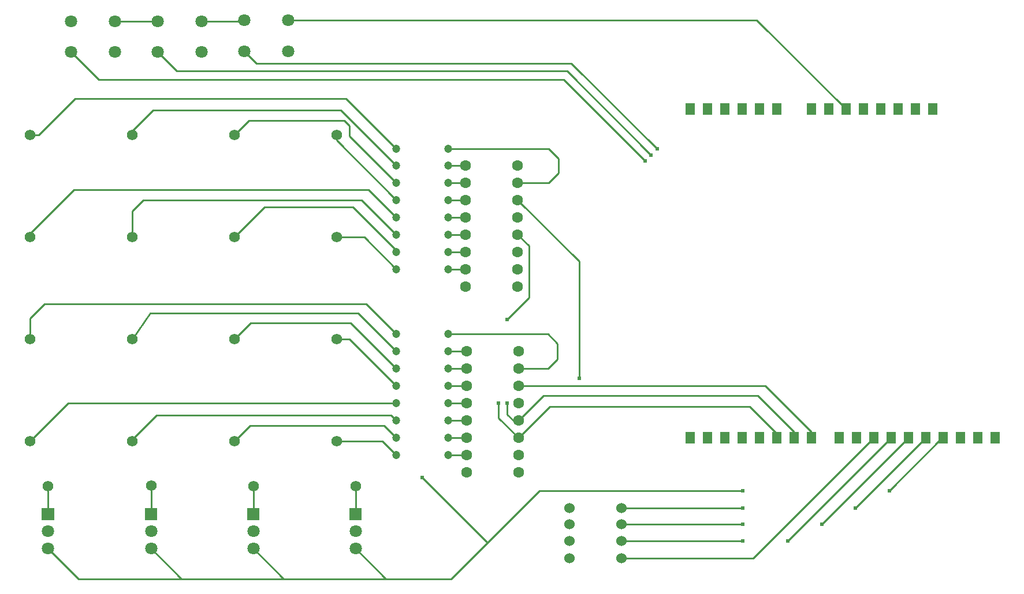
<source format=gtl>
G04 Layer: TopLayer*
G04 EasyEDA v6.4.7, 2021-02-04T23:20:08+01:00*
G04 79144050c9e943b49f0c46fcba6317a4,10*
G04 Gerber Generator version 0.2*
G04 Scale: 100 percent, Rotated: No, Reflected: No *
G04 Dimensions in millimeters *
G04 leading zeros omitted , absolute positions ,3 integer and 3 decimal *
%FSLAX33Y33*%
%MOMM*%
G90*
D02*

%ADD10C,0.254000*%
%ADD11C,0.609600*%
%ADD12R,1.422400X1.706880*%
%ADD13C,1.799996*%
%ADD14C,1.574800*%
%ADD15C,1.599997*%
%ADD17C,1.524000*%
%ADD18C,1.199998*%

%LPD*%
G54D10*
G01X42621Y85900D02*
G01X111287Y85900D01*
G01X124333Y72854D01*
G01X62230Y18752D02*
G01X71755Y9227D01*
G01X52451Y8338D02*
G01X56890Y3893D01*
G01X37465Y8338D02*
G01X41904Y3893D01*
G01X22479Y8338D02*
G01X26918Y3893D01*
G01X7366Y8338D02*
G01X11811Y3893D01*
G01X66421Y3893D01*
G01X79375Y16847D01*
G01X109220Y16847D01*
G01X58420Y29674D02*
G01X10287Y29674D01*
G01X4699Y24086D01*
G01X58420Y27134D02*
G01X57658Y27896D01*
G01X23241Y27896D01*
G01X19685Y24340D01*
G01X19685Y24086D01*
G01X58420Y24594D02*
G01X56642Y26372D01*
G01X36957Y26372D01*
G01X34671Y24086D01*
G01X58420Y39834D02*
G01X53975Y44279D01*
G01X6858Y44279D01*
G01X4699Y42120D01*
G01X4699Y39072D01*
G01X58420Y37294D02*
G01X52832Y42882D01*
G01X22352Y42882D01*
G01X19685Y39072D01*
G01X58420Y34754D02*
G01X51689Y41485D01*
G01X37084Y41485D01*
G01X34671Y39072D01*
G01X58420Y62059D02*
G01X51562Y68917D01*
G01X51562Y70441D01*
G01X50800Y71203D01*
G01X36830Y71203D01*
G01X34671Y69044D01*
G01X10718Y81272D02*
G01X14818Y77172D01*
G01X82931Y77172D01*
G01X94869Y65234D01*
G01X23418Y81272D02*
G01X26248Y78442D01*
G01X83439Y78442D01*
G01X95758Y66123D01*
G01X36118Y81399D02*
G01X37932Y79585D01*
G01X84074Y79585D01*
G01X96647Y67012D01*
G01X29921Y85773D02*
G01X35991Y85773D01*
G01X36118Y85900D01*
G01X17221Y85773D02*
G01X23418Y85773D01*
G01X23418Y85773D01*
G01X66040Y22054D02*
G01X68707Y22054D01*
G01X66040Y24594D02*
G01X68707Y24594D01*
G01X66040Y27134D02*
G01X68707Y27134D01*
G01X66040Y29674D02*
G01X68707Y29674D01*
G01X66040Y37294D02*
G01X68707Y37294D01*
G01X66040Y34754D02*
G01X68707Y34754D01*
G01X66040Y32214D02*
G01X68707Y32214D01*
G01X66040Y49359D02*
G01X68580Y49359D01*
G01X66040Y64599D02*
G01X68580Y64599D01*
G01X66040Y62059D02*
G01X68580Y62059D01*
G01X66040Y59519D02*
G01X68580Y59519D01*
G01X66040Y56979D02*
G01X68580Y56979D01*
G01X66040Y54439D02*
G01X68580Y54439D01*
G01X66040Y51899D02*
G01X68580Y51899D01*
G01X66040Y67012D02*
G01X80772Y67012D01*
G01X82169Y65615D01*
G01X82169Y63456D01*
G01X80772Y62059D01*
G01X76200Y62059D01*
G01X66040Y39834D02*
G01X80645Y39834D01*
G01X82042Y38437D01*
G01X82042Y36151D01*
G01X80645Y34754D01*
G01X76327Y34754D01*
G01X58420Y59519D02*
G01X49657Y68282D01*
G01X49657Y69044D01*
G01X58420Y64599D02*
G01X50292Y72727D01*
G01X22733Y72727D01*
G01X19685Y69679D01*
G01X19685Y69044D01*
G01X58420Y67012D02*
G01X51054Y74378D01*
G01X11303Y74378D01*
G01X5969Y69044D01*
G01X4699Y69044D01*
G01X58420Y56979D02*
G01X54356Y61043D01*
G01X11176Y61043D01*
G01X4699Y54566D01*
G01X4699Y54058D01*
G01X58420Y54439D02*
G01X53340Y59519D01*
G01X21336Y59519D01*
G01X19685Y57868D01*
G01X19685Y54058D01*
G01X58420Y51899D02*
G01X58420Y52153D01*
G01X52070Y58503D01*
G01X39116Y58503D01*
G01X34671Y54058D01*
G01X58420Y49359D02*
G01X53721Y54058D01*
G01X49657Y54058D01*
G01X58420Y32214D02*
G01X51562Y39072D01*
G01X49657Y39072D01*
G01X58420Y22054D02*
G01X56388Y24086D01*
G01X49657Y24086D01*
G01X7366Y17482D02*
G01X7366Y13418D01*
G01X22479Y17609D02*
G01X22479Y13418D01*
G01X37465Y17482D02*
G01X37465Y13418D01*
G01X52451Y17482D02*
G01X52451Y13418D01*
G01X91440Y6941D02*
G01X110743Y6941D01*
G01X128397Y24594D01*
G01X91440Y9481D02*
G01X109220Y9481D01*
G01X115824Y9481D02*
G01X130937Y24594D01*
G01X130937Y24594D01*
G01X91440Y11894D02*
G01X109220Y11894D01*
G01X91440Y14307D02*
G01X109220Y14307D01*
G01X120777Y11894D02*
G01X133477Y24594D01*
G01X133477Y24594D01*
G01X125730Y14307D02*
G01X136017Y24594D01*
G01X136017Y24594D01*
G01X130683Y16847D02*
G01X138430Y24594D01*
G01X138557Y24594D01*
G01X76327Y32214D02*
G01X112522Y32214D01*
G01X119253Y25483D01*
G01X119253Y24594D01*
G01X76327Y27134D02*
G01X80010Y30817D01*
G01X111379Y30817D01*
G01X116713Y25483D01*
G01X116713Y24594D01*
G01X76327Y24594D02*
G01X80899Y29166D01*
G01X110236Y29166D01*
G01X114173Y25229D01*
G01X114173Y24594D01*
G01X76200Y59519D02*
G01X85217Y50502D01*
G01X85217Y33357D01*
G01X76200Y54439D02*
G01X77851Y52788D01*
G01X77851Y45168D01*
G01X74676Y41993D01*
G01X74676Y29674D02*
G01X74676Y28023D01*
G01X75565Y27134D01*
G01X76327Y27134D01*
G01X73406Y29674D02*
G01X73406Y27515D01*
G01X76327Y24594D01*
G54D12*
G01X123317Y24594D03*
G01X125857Y24594D03*
G01X128397Y24594D03*
G01X130937Y24594D03*
G01X133477Y24594D03*
G01X136017Y24594D03*
G01X138557Y24594D03*
G01X141097Y24594D03*
G01X143637Y24594D03*
G01X146177Y24594D03*
G01X101473Y24594D03*
G01X104013Y24594D03*
G01X106553Y24594D03*
G01X109093Y24594D03*
G01X111633Y24594D03*
G01X114173Y24594D03*
G01X116713Y24594D03*
G01X119253Y24594D03*
G01X114173Y72854D03*
G01X111633Y72854D03*
G01X109093Y72854D03*
G01X106553Y72854D03*
G01X104013Y72854D03*
G01X101473Y72854D03*
G01X137033Y72854D03*
G01X134493Y72854D03*
G01X131953Y72854D03*
G01X129413Y72854D03*
G01X126873Y72854D03*
G01X124333Y72854D03*
G01X121793Y72854D03*
G01X119253Y72854D03*
G54D13*
G01X36118Y85900D03*
G01X36118Y81399D03*
G01X42621Y85900D03*
G01X42621Y81399D03*
G01X23418Y85773D03*
G01X23418Y81272D03*
G01X29921Y85773D03*
G01X29921Y81272D03*
G01X10718Y85773D03*
G01X10718Y81272D03*
G01X17221Y85773D03*
G01X17221Y81272D03*
G54D14*
G01X4699Y39072D03*
G01X19685Y39072D03*
G01X34671Y39072D03*
G01X49657Y39072D03*
G01X4699Y24086D03*
G01X19685Y24086D03*
G01X34671Y24086D03*
G01X49657Y24086D03*
G01X4699Y69044D03*
G01X19685Y69044D03*
G01X34671Y69044D03*
G01X49657Y69044D03*
G01X4699Y54058D03*
G01X19685Y54058D03*
G01X34671Y54058D03*
G01X49657Y54058D03*
G54D15*
G01X68707Y37294D03*
G01X68707Y34754D03*
G01X68707Y32214D03*
G01X68707Y29674D03*
G01X68707Y27134D03*
G01X68707Y24594D03*
G01X68707Y22054D03*
G01X68707Y19514D03*
G01X76327Y19514D03*
G01X76327Y22054D03*
G01X76327Y24594D03*
G01X76327Y27134D03*
G01X76327Y29674D03*
G01X76327Y32214D03*
G01X76327Y34754D03*
G01X76327Y37294D03*
G01X68580Y64599D03*
G01X68580Y62059D03*
G01X68580Y59519D03*
G01X68580Y56979D03*
G01X68580Y54439D03*
G01X68580Y51899D03*
G01X68580Y49359D03*
G01X68580Y46819D03*
G01X76200Y46819D03*
G01X76200Y49359D03*
G01X76200Y51899D03*
G01X76200Y54439D03*
G01X76200Y56979D03*
G01X76200Y59519D03*
G01X76200Y62059D03*
G01X76200Y64599D03*
G54D14*
G01X52451Y17482D03*
G01X37465Y17482D03*
G01X22479Y17609D03*
G01X7366Y17482D03*
G36*
G01X6466Y14318D02*
G01X8265Y14318D01*
G01X8265Y12518D01*
G01X6466Y12518D01*
G01X6466Y14318D01*
G37*
G54D13*
G01X7366Y10878D03*
G01X7366Y8338D03*
G36*
G01X21579Y14318D02*
G01X23378Y14318D01*
G01X23378Y12518D01*
G01X21579Y12518D01*
G01X21579Y14318D01*
G37*
G01X22479Y10878D03*
G01X22479Y8338D03*
G36*
G01X36565Y14318D02*
G01X38364Y14318D01*
G01X38364Y12518D01*
G01X36565Y12518D01*
G01X36565Y14318D01*
G37*
G01X37465Y10878D03*
G01X37465Y8338D03*
G36*
G01X51551Y14318D02*
G01X53350Y14318D01*
G01X53350Y12518D01*
G01X51551Y12518D01*
G01X51551Y14318D01*
G37*
G01X52451Y10878D03*
G01X52451Y8338D03*
G54D17*
G01X91440Y6941D03*
G01X83820Y6941D03*
G01X91440Y9481D03*
G01X83820Y9481D03*
G01X91440Y11894D03*
G01X83820Y11894D03*
G01X91440Y14307D03*
G01X83820Y14307D03*
G54D18*
G01X58420Y39834D03*
G01X66040Y39834D03*
G01X58420Y37294D03*
G01X66040Y37294D03*
G01X58420Y34754D03*
G01X66040Y34754D03*
G01X58420Y32214D03*
G01X66040Y32214D03*
G01X58420Y29674D03*
G01X66040Y29674D03*
G01X58420Y27134D03*
G01X66040Y27134D03*
G01X58420Y24594D03*
G01X66040Y24594D03*
G01X58420Y22054D03*
G01X66040Y22054D03*
G01X58420Y67012D03*
G01X66040Y67012D03*
G01X58420Y64599D03*
G01X66040Y64599D03*
G01X58420Y62059D03*
G01X66040Y62059D03*
G01X58420Y59519D03*
G01X66040Y59519D03*
G01X58420Y56979D03*
G01X66040Y56979D03*
G01X58420Y54439D03*
G01X66040Y54439D03*
G01X58420Y51899D03*
G01X66040Y51899D03*
G01X58420Y49359D03*
G01X66040Y49359D03*
G54D11*
G01X109220Y9481D03*
G01X115824Y9481D03*
G01X109220Y14307D03*
G01X109220Y11894D03*
G01X120777Y11894D03*
G01X125730Y14307D03*
G01X62230Y18752D03*
G01X109220Y16847D03*
G01X130683Y16847D03*
G01X85217Y33357D03*
G01X74676Y41993D03*
G01X73406Y29674D03*
G01X74676Y29674D03*
G01X96647Y67012D03*
G01X95758Y66123D03*
G01X94869Y65234D03*
M00*
M02*

</source>
